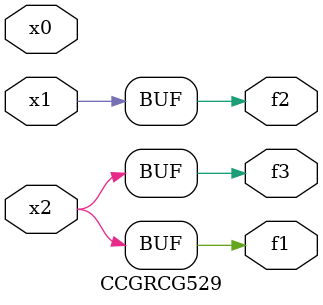
<source format=v>
module CCGRCG529(
	input x0, x1, x2,
	output f1, f2, f3
);
	assign f1 = x2;
	assign f2 = x1;
	assign f3 = x2;
endmodule

</source>
